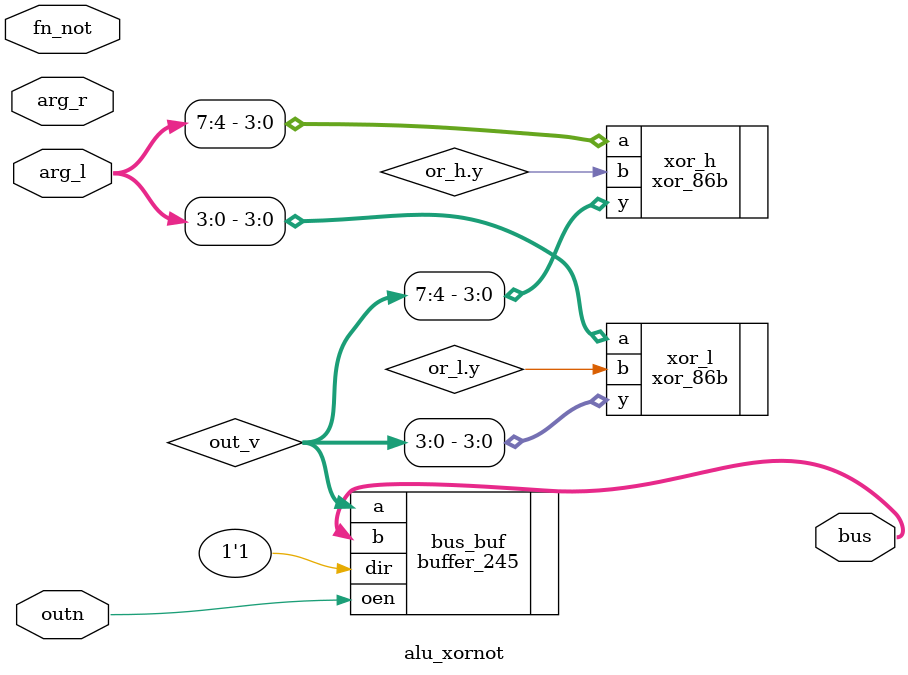
<source format=v>
module alu_xornot (
    input outn,
    input fn_not,
    input [7:0] arg_l,
    input [7:0] arg_r,
    output [7:0] bus);

    // for some crazy reason, Verilator thinks wire is unused
    /* verilator lint_off UNUSED */
    wire [7:0] out_v;
    /* verilator lint_on UNUSED */

    /* verilator lint_off PINMISSING */
    xor_86b xor_l(.a(arg_l[3:0]), .b(or_l.y), .y(out_v[3:0]));
    xor_86b xor_h(.a(arg_l[7:4]), .b(or_h.y), .y(out_v[7:4]));

    or_32b or_l(.a(arg_r[3:0]), .b({fn_not, fn_not, fn_not, fn_not}));
    or_32b or_h(.a(arg_r[7:4]), .b({fn_not, fn_not, fn_not, fn_not}));

    buffer_245 bus_buf(.oen(outn), .dir(1'b1), .a(out_v), .b(bus));

endmodule
</source>
